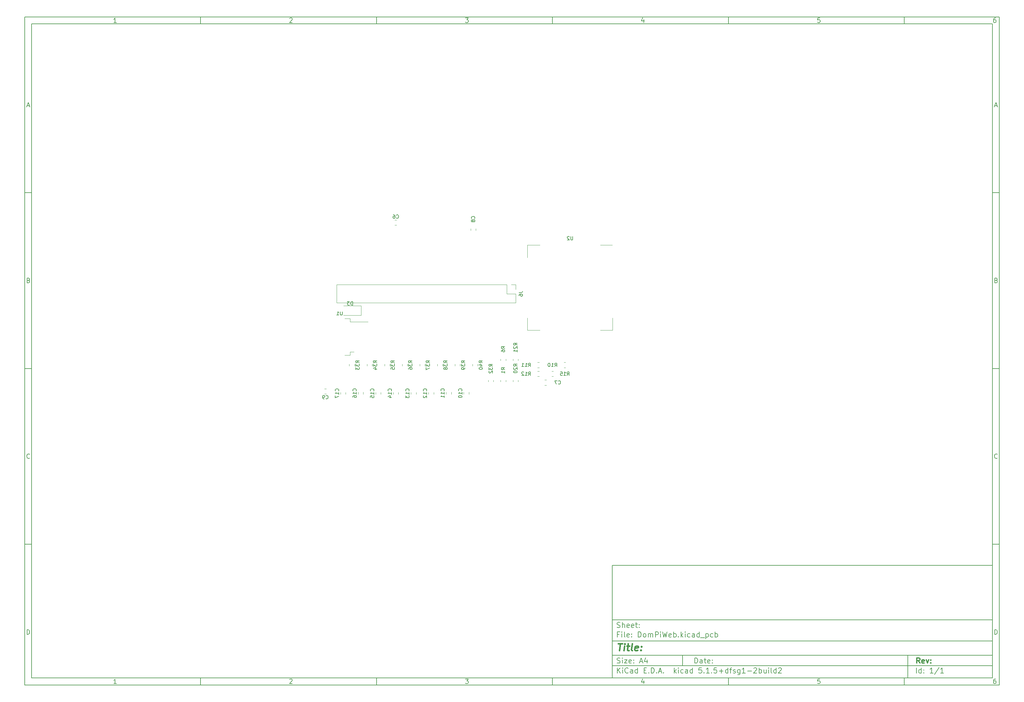
<source format=gbr>
G04 #@! TF.GenerationSoftware,KiCad,Pcbnew,5.1.5+dfsg1-2build2*
G04 #@! TF.CreationDate,2021-11-16T22:22:27-03:00*
G04 #@! TF.ProjectId,DomPiWeb,446f6d50-6957-4656-922e-6b696361645f,rev?*
G04 #@! TF.SameCoordinates,Original*
G04 #@! TF.FileFunction,Legend,Bot*
G04 #@! TF.FilePolarity,Positive*
%FSLAX46Y46*%
G04 Gerber Fmt 4.6, Leading zero omitted, Abs format (unit mm)*
G04 Created by KiCad (PCBNEW 5.1.5+dfsg1-2build2) date 2021-11-16 22:22:27*
%MOMM*%
%LPD*%
G04 APERTURE LIST*
%ADD10C,0.100000*%
%ADD11C,0.150000*%
%ADD12C,0.300000*%
%ADD13C,0.400000*%
%ADD14C,0.120000*%
G04 APERTURE END LIST*
D10*
D11*
X177002200Y-166007200D02*
X177002200Y-198007200D01*
X285002200Y-198007200D01*
X285002200Y-166007200D01*
X177002200Y-166007200D01*
D10*
D11*
X10000000Y-10000000D02*
X10000000Y-200007200D01*
X287002200Y-200007200D01*
X287002200Y-10000000D01*
X10000000Y-10000000D01*
D10*
D11*
X12000000Y-12000000D02*
X12000000Y-198007200D01*
X285002200Y-198007200D01*
X285002200Y-12000000D01*
X12000000Y-12000000D01*
D10*
D11*
X60000000Y-12000000D02*
X60000000Y-10000000D01*
D10*
D11*
X110000000Y-12000000D02*
X110000000Y-10000000D01*
D10*
D11*
X160000000Y-12000000D02*
X160000000Y-10000000D01*
D10*
D11*
X210000000Y-12000000D02*
X210000000Y-10000000D01*
D10*
D11*
X260000000Y-12000000D02*
X260000000Y-10000000D01*
D10*
D11*
X36065476Y-11588095D02*
X35322619Y-11588095D01*
X35694047Y-11588095D02*
X35694047Y-10288095D01*
X35570238Y-10473809D01*
X35446428Y-10597619D01*
X35322619Y-10659523D01*
D10*
D11*
X85322619Y-10411904D02*
X85384523Y-10350000D01*
X85508333Y-10288095D01*
X85817857Y-10288095D01*
X85941666Y-10350000D01*
X86003571Y-10411904D01*
X86065476Y-10535714D01*
X86065476Y-10659523D01*
X86003571Y-10845238D01*
X85260714Y-11588095D01*
X86065476Y-11588095D01*
D10*
D11*
X135260714Y-10288095D02*
X136065476Y-10288095D01*
X135632142Y-10783333D01*
X135817857Y-10783333D01*
X135941666Y-10845238D01*
X136003571Y-10907142D01*
X136065476Y-11030952D01*
X136065476Y-11340476D01*
X136003571Y-11464285D01*
X135941666Y-11526190D01*
X135817857Y-11588095D01*
X135446428Y-11588095D01*
X135322619Y-11526190D01*
X135260714Y-11464285D01*
D10*
D11*
X185941666Y-10721428D02*
X185941666Y-11588095D01*
X185632142Y-10226190D02*
X185322619Y-11154761D01*
X186127380Y-11154761D01*
D10*
D11*
X236003571Y-10288095D02*
X235384523Y-10288095D01*
X235322619Y-10907142D01*
X235384523Y-10845238D01*
X235508333Y-10783333D01*
X235817857Y-10783333D01*
X235941666Y-10845238D01*
X236003571Y-10907142D01*
X236065476Y-11030952D01*
X236065476Y-11340476D01*
X236003571Y-11464285D01*
X235941666Y-11526190D01*
X235817857Y-11588095D01*
X235508333Y-11588095D01*
X235384523Y-11526190D01*
X235322619Y-11464285D01*
D10*
D11*
X285941666Y-10288095D02*
X285694047Y-10288095D01*
X285570238Y-10350000D01*
X285508333Y-10411904D01*
X285384523Y-10597619D01*
X285322619Y-10845238D01*
X285322619Y-11340476D01*
X285384523Y-11464285D01*
X285446428Y-11526190D01*
X285570238Y-11588095D01*
X285817857Y-11588095D01*
X285941666Y-11526190D01*
X286003571Y-11464285D01*
X286065476Y-11340476D01*
X286065476Y-11030952D01*
X286003571Y-10907142D01*
X285941666Y-10845238D01*
X285817857Y-10783333D01*
X285570238Y-10783333D01*
X285446428Y-10845238D01*
X285384523Y-10907142D01*
X285322619Y-11030952D01*
D10*
D11*
X60000000Y-198007200D02*
X60000000Y-200007200D01*
D10*
D11*
X110000000Y-198007200D02*
X110000000Y-200007200D01*
D10*
D11*
X160000000Y-198007200D02*
X160000000Y-200007200D01*
D10*
D11*
X210000000Y-198007200D02*
X210000000Y-200007200D01*
D10*
D11*
X260000000Y-198007200D02*
X260000000Y-200007200D01*
D10*
D11*
X36065476Y-199595295D02*
X35322619Y-199595295D01*
X35694047Y-199595295D02*
X35694047Y-198295295D01*
X35570238Y-198481009D01*
X35446428Y-198604819D01*
X35322619Y-198666723D01*
D10*
D11*
X85322619Y-198419104D02*
X85384523Y-198357200D01*
X85508333Y-198295295D01*
X85817857Y-198295295D01*
X85941666Y-198357200D01*
X86003571Y-198419104D01*
X86065476Y-198542914D01*
X86065476Y-198666723D01*
X86003571Y-198852438D01*
X85260714Y-199595295D01*
X86065476Y-199595295D01*
D10*
D11*
X135260714Y-198295295D02*
X136065476Y-198295295D01*
X135632142Y-198790533D01*
X135817857Y-198790533D01*
X135941666Y-198852438D01*
X136003571Y-198914342D01*
X136065476Y-199038152D01*
X136065476Y-199347676D01*
X136003571Y-199471485D01*
X135941666Y-199533390D01*
X135817857Y-199595295D01*
X135446428Y-199595295D01*
X135322619Y-199533390D01*
X135260714Y-199471485D01*
D10*
D11*
X185941666Y-198728628D02*
X185941666Y-199595295D01*
X185632142Y-198233390D02*
X185322619Y-199161961D01*
X186127380Y-199161961D01*
D10*
D11*
X236003571Y-198295295D02*
X235384523Y-198295295D01*
X235322619Y-198914342D01*
X235384523Y-198852438D01*
X235508333Y-198790533D01*
X235817857Y-198790533D01*
X235941666Y-198852438D01*
X236003571Y-198914342D01*
X236065476Y-199038152D01*
X236065476Y-199347676D01*
X236003571Y-199471485D01*
X235941666Y-199533390D01*
X235817857Y-199595295D01*
X235508333Y-199595295D01*
X235384523Y-199533390D01*
X235322619Y-199471485D01*
D10*
D11*
X285941666Y-198295295D02*
X285694047Y-198295295D01*
X285570238Y-198357200D01*
X285508333Y-198419104D01*
X285384523Y-198604819D01*
X285322619Y-198852438D01*
X285322619Y-199347676D01*
X285384523Y-199471485D01*
X285446428Y-199533390D01*
X285570238Y-199595295D01*
X285817857Y-199595295D01*
X285941666Y-199533390D01*
X286003571Y-199471485D01*
X286065476Y-199347676D01*
X286065476Y-199038152D01*
X286003571Y-198914342D01*
X285941666Y-198852438D01*
X285817857Y-198790533D01*
X285570238Y-198790533D01*
X285446428Y-198852438D01*
X285384523Y-198914342D01*
X285322619Y-199038152D01*
D10*
D11*
X10000000Y-60000000D02*
X12000000Y-60000000D01*
D10*
D11*
X10000000Y-110000000D02*
X12000000Y-110000000D01*
D10*
D11*
X10000000Y-160000000D02*
X12000000Y-160000000D01*
D10*
D11*
X10690476Y-35216666D02*
X11309523Y-35216666D01*
X10566666Y-35588095D02*
X11000000Y-34288095D01*
X11433333Y-35588095D01*
D10*
D11*
X11092857Y-84907142D02*
X11278571Y-84969047D01*
X11340476Y-85030952D01*
X11402380Y-85154761D01*
X11402380Y-85340476D01*
X11340476Y-85464285D01*
X11278571Y-85526190D01*
X11154761Y-85588095D01*
X10659523Y-85588095D01*
X10659523Y-84288095D01*
X11092857Y-84288095D01*
X11216666Y-84350000D01*
X11278571Y-84411904D01*
X11340476Y-84535714D01*
X11340476Y-84659523D01*
X11278571Y-84783333D01*
X11216666Y-84845238D01*
X11092857Y-84907142D01*
X10659523Y-84907142D01*
D10*
D11*
X11402380Y-135464285D02*
X11340476Y-135526190D01*
X11154761Y-135588095D01*
X11030952Y-135588095D01*
X10845238Y-135526190D01*
X10721428Y-135402380D01*
X10659523Y-135278571D01*
X10597619Y-135030952D01*
X10597619Y-134845238D01*
X10659523Y-134597619D01*
X10721428Y-134473809D01*
X10845238Y-134350000D01*
X11030952Y-134288095D01*
X11154761Y-134288095D01*
X11340476Y-134350000D01*
X11402380Y-134411904D01*
D10*
D11*
X10659523Y-185588095D02*
X10659523Y-184288095D01*
X10969047Y-184288095D01*
X11154761Y-184350000D01*
X11278571Y-184473809D01*
X11340476Y-184597619D01*
X11402380Y-184845238D01*
X11402380Y-185030952D01*
X11340476Y-185278571D01*
X11278571Y-185402380D01*
X11154761Y-185526190D01*
X10969047Y-185588095D01*
X10659523Y-185588095D01*
D10*
D11*
X287002200Y-60000000D02*
X285002200Y-60000000D01*
D10*
D11*
X287002200Y-110000000D02*
X285002200Y-110000000D01*
D10*
D11*
X287002200Y-160000000D02*
X285002200Y-160000000D01*
D10*
D11*
X285692676Y-35216666D02*
X286311723Y-35216666D01*
X285568866Y-35588095D02*
X286002200Y-34288095D01*
X286435533Y-35588095D01*
D10*
D11*
X286095057Y-84907142D02*
X286280771Y-84969047D01*
X286342676Y-85030952D01*
X286404580Y-85154761D01*
X286404580Y-85340476D01*
X286342676Y-85464285D01*
X286280771Y-85526190D01*
X286156961Y-85588095D01*
X285661723Y-85588095D01*
X285661723Y-84288095D01*
X286095057Y-84288095D01*
X286218866Y-84350000D01*
X286280771Y-84411904D01*
X286342676Y-84535714D01*
X286342676Y-84659523D01*
X286280771Y-84783333D01*
X286218866Y-84845238D01*
X286095057Y-84907142D01*
X285661723Y-84907142D01*
D10*
D11*
X286404580Y-135464285D02*
X286342676Y-135526190D01*
X286156961Y-135588095D01*
X286033152Y-135588095D01*
X285847438Y-135526190D01*
X285723628Y-135402380D01*
X285661723Y-135278571D01*
X285599819Y-135030952D01*
X285599819Y-134845238D01*
X285661723Y-134597619D01*
X285723628Y-134473809D01*
X285847438Y-134350000D01*
X286033152Y-134288095D01*
X286156961Y-134288095D01*
X286342676Y-134350000D01*
X286404580Y-134411904D01*
D10*
D11*
X285661723Y-185588095D02*
X285661723Y-184288095D01*
X285971247Y-184288095D01*
X286156961Y-184350000D01*
X286280771Y-184473809D01*
X286342676Y-184597619D01*
X286404580Y-184845238D01*
X286404580Y-185030952D01*
X286342676Y-185278571D01*
X286280771Y-185402380D01*
X286156961Y-185526190D01*
X285971247Y-185588095D01*
X285661723Y-185588095D01*
D10*
D11*
X200434342Y-193785771D02*
X200434342Y-192285771D01*
X200791485Y-192285771D01*
X201005771Y-192357200D01*
X201148628Y-192500057D01*
X201220057Y-192642914D01*
X201291485Y-192928628D01*
X201291485Y-193142914D01*
X201220057Y-193428628D01*
X201148628Y-193571485D01*
X201005771Y-193714342D01*
X200791485Y-193785771D01*
X200434342Y-193785771D01*
X202577200Y-193785771D02*
X202577200Y-193000057D01*
X202505771Y-192857200D01*
X202362914Y-192785771D01*
X202077200Y-192785771D01*
X201934342Y-192857200D01*
X202577200Y-193714342D02*
X202434342Y-193785771D01*
X202077200Y-193785771D01*
X201934342Y-193714342D01*
X201862914Y-193571485D01*
X201862914Y-193428628D01*
X201934342Y-193285771D01*
X202077200Y-193214342D01*
X202434342Y-193214342D01*
X202577200Y-193142914D01*
X203077200Y-192785771D02*
X203648628Y-192785771D01*
X203291485Y-192285771D02*
X203291485Y-193571485D01*
X203362914Y-193714342D01*
X203505771Y-193785771D01*
X203648628Y-193785771D01*
X204720057Y-193714342D02*
X204577200Y-193785771D01*
X204291485Y-193785771D01*
X204148628Y-193714342D01*
X204077200Y-193571485D01*
X204077200Y-193000057D01*
X204148628Y-192857200D01*
X204291485Y-192785771D01*
X204577200Y-192785771D01*
X204720057Y-192857200D01*
X204791485Y-193000057D01*
X204791485Y-193142914D01*
X204077200Y-193285771D01*
X205434342Y-193642914D02*
X205505771Y-193714342D01*
X205434342Y-193785771D01*
X205362914Y-193714342D01*
X205434342Y-193642914D01*
X205434342Y-193785771D01*
X205434342Y-192857200D02*
X205505771Y-192928628D01*
X205434342Y-193000057D01*
X205362914Y-192928628D01*
X205434342Y-192857200D01*
X205434342Y-193000057D01*
D10*
D11*
X177002200Y-194507200D02*
X285002200Y-194507200D01*
D10*
D11*
X178434342Y-196585771D02*
X178434342Y-195085771D01*
X179291485Y-196585771D02*
X178648628Y-195728628D01*
X179291485Y-195085771D02*
X178434342Y-195942914D01*
X179934342Y-196585771D02*
X179934342Y-195585771D01*
X179934342Y-195085771D02*
X179862914Y-195157200D01*
X179934342Y-195228628D01*
X180005771Y-195157200D01*
X179934342Y-195085771D01*
X179934342Y-195228628D01*
X181505771Y-196442914D02*
X181434342Y-196514342D01*
X181220057Y-196585771D01*
X181077200Y-196585771D01*
X180862914Y-196514342D01*
X180720057Y-196371485D01*
X180648628Y-196228628D01*
X180577200Y-195942914D01*
X180577200Y-195728628D01*
X180648628Y-195442914D01*
X180720057Y-195300057D01*
X180862914Y-195157200D01*
X181077200Y-195085771D01*
X181220057Y-195085771D01*
X181434342Y-195157200D01*
X181505771Y-195228628D01*
X182791485Y-196585771D02*
X182791485Y-195800057D01*
X182720057Y-195657200D01*
X182577200Y-195585771D01*
X182291485Y-195585771D01*
X182148628Y-195657200D01*
X182791485Y-196514342D02*
X182648628Y-196585771D01*
X182291485Y-196585771D01*
X182148628Y-196514342D01*
X182077200Y-196371485D01*
X182077200Y-196228628D01*
X182148628Y-196085771D01*
X182291485Y-196014342D01*
X182648628Y-196014342D01*
X182791485Y-195942914D01*
X184148628Y-196585771D02*
X184148628Y-195085771D01*
X184148628Y-196514342D02*
X184005771Y-196585771D01*
X183720057Y-196585771D01*
X183577200Y-196514342D01*
X183505771Y-196442914D01*
X183434342Y-196300057D01*
X183434342Y-195871485D01*
X183505771Y-195728628D01*
X183577200Y-195657200D01*
X183720057Y-195585771D01*
X184005771Y-195585771D01*
X184148628Y-195657200D01*
X186005771Y-195800057D02*
X186505771Y-195800057D01*
X186720057Y-196585771D02*
X186005771Y-196585771D01*
X186005771Y-195085771D01*
X186720057Y-195085771D01*
X187362914Y-196442914D02*
X187434342Y-196514342D01*
X187362914Y-196585771D01*
X187291485Y-196514342D01*
X187362914Y-196442914D01*
X187362914Y-196585771D01*
X188077200Y-196585771D02*
X188077200Y-195085771D01*
X188434342Y-195085771D01*
X188648628Y-195157200D01*
X188791485Y-195300057D01*
X188862914Y-195442914D01*
X188934342Y-195728628D01*
X188934342Y-195942914D01*
X188862914Y-196228628D01*
X188791485Y-196371485D01*
X188648628Y-196514342D01*
X188434342Y-196585771D01*
X188077200Y-196585771D01*
X189577200Y-196442914D02*
X189648628Y-196514342D01*
X189577200Y-196585771D01*
X189505771Y-196514342D01*
X189577200Y-196442914D01*
X189577200Y-196585771D01*
X190220057Y-196157200D02*
X190934342Y-196157200D01*
X190077200Y-196585771D02*
X190577200Y-195085771D01*
X191077200Y-196585771D01*
X191577200Y-196442914D02*
X191648628Y-196514342D01*
X191577200Y-196585771D01*
X191505771Y-196514342D01*
X191577200Y-196442914D01*
X191577200Y-196585771D01*
X194577200Y-196585771D02*
X194577200Y-195085771D01*
X194720057Y-196014342D02*
X195148628Y-196585771D01*
X195148628Y-195585771D02*
X194577200Y-196157200D01*
X195791485Y-196585771D02*
X195791485Y-195585771D01*
X195791485Y-195085771D02*
X195720057Y-195157200D01*
X195791485Y-195228628D01*
X195862914Y-195157200D01*
X195791485Y-195085771D01*
X195791485Y-195228628D01*
X197148628Y-196514342D02*
X197005771Y-196585771D01*
X196720057Y-196585771D01*
X196577200Y-196514342D01*
X196505771Y-196442914D01*
X196434342Y-196300057D01*
X196434342Y-195871485D01*
X196505771Y-195728628D01*
X196577200Y-195657200D01*
X196720057Y-195585771D01*
X197005771Y-195585771D01*
X197148628Y-195657200D01*
X198434342Y-196585771D02*
X198434342Y-195800057D01*
X198362914Y-195657200D01*
X198220057Y-195585771D01*
X197934342Y-195585771D01*
X197791485Y-195657200D01*
X198434342Y-196514342D02*
X198291485Y-196585771D01*
X197934342Y-196585771D01*
X197791485Y-196514342D01*
X197720057Y-196371485D01*
X197720057Y-196228628D01*
X197791485Y-196085771D01*
X197934342Y-196014342D01*
X198291485Y-196014342D01*
X198434342Y-195942914D01*
X199791485Y-196585771D02*
X199791485Y-195085771D01*
X199791485Y-196514342D02*
X199648628Y-196585771D01*
X199362914Y-196585771D01*
X199220057Y-196514342D01*
X199148628Y-196442914D01*
X199077200Y-196300057D01*
X199077200Y-195871485D01*
X199148628Y-195728628D01*
X199220057Y-195657200D01*
X199362914Y-195585771D01*
X199648628Y-195585771D01*
X199791485Y-195657200D01*
X202362914Y-195085771D02*
X201648628Y-195085771D01*
X201577200Y-195800057D01*
X201648628Y-195728628D01*
X201791485Y-195657200D01*
X202148628Y-195657200D01*
X202291485Y-195728628D01*
X202362914Y-195800057D01*
X202434342Y-195942914D01*
X202434342Y-196300057D01*
X202362914Y-196442914D01*
X202291485Y-196514342D01*
X202148628Y-196585771D01*
X201791485Y-196585771D01*
X201648628Y-196514342D01*
X201577200Y-196442914D01*
X203077200Y-196442914D02*
X203148628Y-196514342D01*
X203077200Y-196585771D01*
X203005771Y-196514342D01*
X203077200Y-196442914D01*
X203077200Y-196585771D01*
X204577200Y-196585771D02*
X203720057Y-196585771D01*
X204148628Y-196585771D02*
X204148628Y-195085771D01*
X204005771Y-195300057D01*
X203862914Y-195442914D01*
X203720057Y-195514342D01*
X205220057Y-196442914D02*
X205291485Y-196514342D01*
X205220057Y-196585771D01*
X205148628Y-196514342D01*
X205220057Y-196442914D01*
X205220057Y-196585771D01*
X206648628Y-195085771D02*
X205934342Y-195085771D01*
X205862914Y-195800057D01*
X205934342Y-195728628D01*
X206077200Y-195657200D01*
X206434342Y-195657200D01*
X206577200Y-195728628D01*
X206648628Y-195800057D01*
X206720057Y-195942914D01*
X206720057Y-196300057D01*
X206648628Y-196442914D01*
X206577200Y-196514342D01*
X206434342Y-196585771D01*
X206077200Y-196585771D01*
X205934342Y-196514342D01*
X205862914Y-196442914D01*
X207362914Y-196014342D02*
X208505771Y-196014342D01*
X207934342Y-196585771D02*
X207934342Y-195442914D01*
X209862914Y-196585771D02*
X209862914Y-195085771D01*
X209862914Y-196514342D02*
X209720057Y-196585771D01*
X209434342Y-196585771D01*
X209291485Y-196514342D01*
X209220057Y-196442914D01*
X209148628Y-196300057D01*
X209148628Y-195871485D01*
X209220057Y-195728628D01*
X209291485Y-195657200D01*
X209434342Y-195585771D01*
X209720057Y-195585771D01*
X209862914Y-195657200D01*
X210362914Y-195585771D02*
X210934342Y-195585771D01*
X210577200Y-196585771D02*
X210577200Y-195300057D01*
X210648628Y-195157200D01*
X210791485Y-195085771D01*
X210934342Y-195085771D01*
X211362914Y-196514342D02*
X211505771Y-196585771D01*
X211791485Y-196585771D01*
X211934342Y-196514342D01*
X212005771Y-196371485D01*
X212005771Y-196300057D01*
X211934342Y-196157200D01*
X211791485Y-196085771D01*
X211577200Y-196085771D01*
X211434342Y-196014342D01*
X211362914Y-195871485D01*
X211362914Y-195800057D01*
X211434342Y-195657200D01*
X211577200Y-195585771D01*
X211791485Y-195585771D01*
X211934342Y-195657200D01*
X213291485Y-195585771D02*
X213291485Y-196800057D01*
X213220057Y-196942914D01*
X213148628Y-197014342D01*
X213005771Y-197085771D01*
X212791485Y-197085771D01*
X212648628Y-197014342D01*
X213291485Y-196514342D02*
X213148628Y-196585771D01*
X212862914Y-196585771D01*
X212720057Y-196514342D01*
X212648628Y-196442914D01*
X212577200Y-196300057D01*
X212577200Y-195871485D01*
X212648628Y-195728628D01*
X212720057Y-195657200D01*
X212862914Y-195585771D01*
X213148628Y-195585771D01*
X213291485Y-195657200D01*
X214791485Y-196585771D02*
X213934342Y-196585771D01*
X214362914Y-196585771D02*
X214362914Y-195085771D01*
X214220057Y-195300057D01*
X214077200Y-195442914D01*
X213934342Y-195514342D01*
X215434342Y-196014342D02*
X216577200Y-196014342D01*
X217220057Y-195228628D02*
X217291485Y-195157200D01*
X217434342Y-195085771D01*
X217791485Y-195085771D01*
X217934342Y-195157200D01*
X218005771Y-195228628D01*
X218077200Y-195371485D01*
X218077200Y-195514342D01*
X218005771Y-195728628D01*
X217148628Y-196585771D01*
X218077200Y-196585771D01*
X218720057Y-196585771D02*
X218720057Y-195085771D01*
X218720057Y-195657200D02*
X218862914Y-195585771D01*
X219148628Y-195585771D01*
X219291485Y-195657200D01*
X219362914Y-195728628D01*
X219434342Y-195871485D01*
X219434342Y-196300057D01*
X219362914Y-196442914D01*
X219291485Y-196514342D01*
X219148628Y-196585771D01*
X218862914Y-196585771D01*
X218720057Y-196514342D01*
X220720057Y-195585771D02*
X220720057Y-196585771D01*
X220077200Y-195585771D02*
X220077200Y-196371485D01*
X220148628Y-196514342D01*
X220291485Y-196585771D01*
X220505771Y-196585771D01*
X220648628Y-196514342D01*
X220720057Y-196442914D01*
X221434342Y-196585771D02*
X221434342Y-195585771D01*
X221434342Y-195085771D02*
X221362914Y-195157200D01*
X221434342Y-195228628D01*
X221505771Y-195157200D01*
X221434342Y-195085771D01*
X221434342Y-195228628D01*
X222362914Y-196585771D02*
X222220057Y-196514342D01*
X222148628Y-196371485D01*
X222148628Y-195085771D01*
X223577200Y-196585771D02*
X223577200Y-195085771D01*
X223577200Y-196514342D02*
X223434342Y-196585771D01*
X223148628Y-196585771D01*
X223005771Y-196514342D01*
X222934342Y-196442914D01*
X222862914Y-196300057D01*
X222862914Y-195871485D01*
X222934342Y-195728628D01*
X223005771Y-195657200D01*
X223148628Y-195585771D01*
X223434342Y-195585771D01*
X223577200Y-195657200D01*
X224220057Y-195228628D02*
X224291485Y-195157200D01*
X224434342Y-195085771D01*
X224791485Y-195085771D01*
X224934342Y-195157200D01*
X225005771Y-195228628D01*
X225077200Y-195371485D01*
X225077200Y-195514342D01*
X225005771Y-195728628D01*
X224148628Y-196585771D01*
X225077200Y-196585771D01*
D10*
D11*
X177002200Y-191507200D02*
X285002200Y-191507200D01*
D10*
D12*
X264411485Y-193785771D02*
X263911485Y-193071485D01*
X263554342Y-193785771D02*
X263554342Y-192285771D01*
X264125771Y-192285771D01*
X264268628Y-192357200D01*
X264340057Y-192428628D01*
X264411485Y-192571485D01*
X264411485Y-192785771D01*
X264340057Y-192928628D01*
X264268628Y-193000057D01*
X264125771Y-193071485D01*
X263554342Y-193071485D01*
X265625771Y-193714342D02*
X265482914Y-193785771D01*
X265197200Y-193785771D01*
X265054342Y-193714342D01*
X264982914Y-193571485D01*
X264982914Y-193000057D01*
X265054342Y-192857200D01*
X265197200Y-192785771D01*
X265482914Y-192785771D01*
X265625771Y-192857200D01*
X265697200Y-193000057D01*
X265697200Y-193142914D01*
X264982914Y-193285771D01*
X266197200Y-192785771D02*
X266554342Y-193785771D01*
X266911485Y-192785771D01*
X267482914Y-193642914D02*
X267554342Y-193714342D01*
X267482914Y-193785771D01*
X267411485Y-193714342D01*
X267482914Y-193642914D01*
X267482914Y-193785771D01*
X267482914Y-192857200D02*
X267554342Y-192928628D01*
X267482914Y-193000057D01*
X267411485Y-192928628D01*
X267482914Y-192857200D01*
X267482914Y-193000057D01*
D10*
D11*
X178362914Y-193714342D02*
X178577200Y-193785771D01*
X178934342Y-193785771D01*
X179077200Y-193714342D01*
X179148628Y-193642914D01*
X179220057Y-193500057D01*
X179220057Y-193357200D01*
X179148628Y-193214342D01*
X179077200Y-193142914D01*
X178934342Y-193071485D01*
X178648628Y-193000057D01*
X178505771Y-192928628D01*
X178434342Y-192857200D01*
X178362914Y-192714342D01*
X178362914Y-192571485D01*
X178434342Y-192428628D01*
X178505771Y-192357200D01*
X178648628Y-192285771D01*
X179005771Y-192285771D01*
X179220057Y-192357200D01*
X179862914Y-193785771D02*
X179862914Y-192785771D01*
X179862914Y-192285771D02*
X179791485Y-192357200D01*
X179862914Y-192428628D01*
X179934342Y-192357200D01*
X179862914Y-192285771D01*
X179862914Y-192428628D01*
X180434342Y-192785771D02*
X181220057Y-192785771D01*
X180434342Y-193785771D01*
X181220057Y-193785771D01*
X182362914Y-193714342D02*
X182220057Y-193785771D01*
X181934342Y-193785771D01*
X181791485Y-193714342D01*
X181720057Y-193571485D01*
X181720057Y-193000057D01*
X181791485Y-192857200D01*
X181934342Y-192785771D01*
X182220057Y-192785771D01*
X182362914Y-192857200D01*
X182434342Y-193000057D01*
X182434342Y-193142914D01*
X181720057Y-193285771D01*
X183077200Y-193642914D02*
X183148628Y-193714342D01*
X183077200Y-193785771D01*
X183005771Y-193714342D01*
X183077200Y-193642914D01*
X183077200Y-193785771D01*
X183077200Y-192857200D02*
X183148628Y-192928628D01*
X183077200Y-193000057D01*
X183005771Y-192928628D01*
X183077200Y-192857200D01*
X183077200Y-193000057D01*
X184862914Y-193357200D02*
X185577200Y-193357200D01*
X184720057Y-193785771D02*
X185220057Y-192285771D01*
X185720057Y-193785771D01*
X186862914Y-192785771D02*
X186862914Y-193785771D01*
X186505771Y-192214342D02*
X186148628Y-193285771D01*
X187077200Y-193285771D01*
D10*
D11*
X263434342Y-196585771D02*
X263434342Y-195085771D01*
X264791485Y-196585771D02*
X264791485Y-195085771D01*
X264791485Y-196514342D02*
X264648628Y-196585771D01*
X264362914Y-196585771D01*
X264220057Y-196514342D01*
X264148628Y-196442914D01*
X264077200Y-196300057D01*
X264077200Y-195871485D01*
X264148628Y-195728628D01*
X264220057Y-195657200D01*
X264362914Y-195585771D01*
X264648628Y-195585771D01*
X264791485Y-195657200D01*
X265505771Y-196442914D02*
X265577200Y-196514342D01*
X265505771Y-196585771D01*
X265434342Y-196514342D01*
X265505771Y-196442914D01*
X265505771Y-196585771D01*
X265505771Y-195657200D02*
X265577200Y-195728628D01*
X265505771Y-195800057D01*
X265434342Y-195728628D01*
X265505771Y-195657200D01*
X265505771Y-195800057D01*
X268148628Y-196585771D02*
X267291485Y-196585771D01*
X267720057Y-196585771D02*
X267720057Y-195085771D01*
X267577200Y-195300057D01*
X267434342Y-195442914D01*
X267291485Y-195514342D01*
X269862914Y-195014342D02*
X268577200Y-196942914D01*
X271148628Y-196585771D02*
X270291485Y-196585771D01*
X270720057Y-196585771D02*
X270720057Y-195085771D01*
X270577200Y-195300057D01*
X270434342Y-195442914D01*
X270291485Y-195514342D01*
D10*
D11*
X177002200Y-187507200D02*
X285002200Y-187507200D01*
D10*
D13*
X178714580Y-188211961D02*
X179857438Y-188211961D01*
X179036009Y-190211961D02*
X179286009Y-188211961D01*
X180274104Y-190211961D02*
X180440771Y-188878628D01*
X180524104Y-188211961D02*
X180416961Y-188307200D01*
X180500295Y-188402438D01*
X180607438Y-188307200D01*
X180524104Y-188211961D01*
X180500295Y-188402438D01*
X181107438Y-188878628D02*
X181869342Y-188878628D01*
X181476485Y-188211961D02*
X181262200Y-189926247D01*
X181333628Y-190116723D01*
X181512200Y-190211961D01*
X181702676Y-190211961D01*
X182655057Y-190211961D02*
X182476485Y-190116723D01*
X182405057Y-189926247D01*
X182619342Y-188211961D01*
X184190771Y-190116723D02*
X183988390Y-190211961D01*
X183607438Y-190211961D01*
X183428866Y-190116723D01*
X183357438Y-189926247D01*
X183452676Y-189164342D01*
X183571723Y-188973866D01*
X183774104Y-188878628D01*
X184155057Y-188878628D01*
X184333628Y-188973866D01*
X184405057Y-189164342D01*
X184381247Y-189354819D01*
X183405057Y-189545295D01*
X185155057Y-190021485D02*
X185238390Y-190116723D01*
X185131247Y-190211961D01*
X185047914Y-190116723D01*
X185155057Y-190021485D01*
X185131247Y-190211961D01*
X185286009Y-188973866D02*
X185369342Y-189069104D01*
X185262200Y-189164342D01*
X185178866Y-189069104D01*
X185286009Y-188973866D01*
X185262200Y-189164342D01*
D10*
D11*
X178934342Y-185600057D02*
X178434342Y-185600057D01*
X178434342Y-186385771D02*
X178434342Y-184885771D01*
X179148628Y-184885771D01*
X179720057Y-186385771D02*
X179720057Y-185385771D01*
X179720057Y-184885771D02*
X179648628Y-184957200D01*
X179720057Y-185028628D01*
X179791485Y-184957200D01*
X179720057Y-184885771D01*
X179720057Y-185028628D01*
X180648628Y-186385771D02*
X180505771Y-186314342D01*
X180434342Y-186171485D01*
X180434342Y-184885771D01*
X181791485Y-186314342D02*
X181648628Y-186385771D01*
X181362914Y-186385771D01*
X181220057Y-186314342D01*
X181148628Y-186171485D01*
X181148628Y-185600057D01*
X181220057Y-185457200D01*
X181362914Y-185385771D01*
X181648628Y-185385771D01*
X181791485Y-185457200D01*
X181862914Y-185600057D01*
X181862914Y-185742914D01*
X181148628Y-185885771D01*
X182505771Y-186242914D02*
X182577200Y-186314342D01*
X182505771Y-186385771D01*
X182434342Y-186314342D01*
X182505771Y-186242914D01*
X182505771Y-186385771D01*
X182505771Y-185457200D02*
X182577200Y-185528628D01*
X182505771Y-185600057D01*
X182434342Y-185528628D01*
X182505771Y-185457200D01*
X182505771Y-185600057D01*
X184362914Y-186385771D02*
X184362914Y-184885771D01*
X184720057Y-184885771D01*
X184934342Y-184957200D01*
X185077200Y-185100057D01*
X185148628Y-185242914D01*
X185220057Y-185528628D01*
X185220057Y-185742914D01*
X185148628Y-186028628D01*
X185077200Y-186171485D01*
X184934342Y-186314342D01*
X184720057Y-186385771D01*
X184362914Y-186385771D01*
X186077200Y-186385771D02*
X185934342Y-186314342D01*
X185862914Y-186242914D01*
X185791485Y-186100057D01*
X185791485Y-185671485D01*
X185862914Y-185528628D01*
X185934342Y-185457200D01*
X186077200Y-185385771D01*
X186291485Y-185385771D01*
X186434342Y-185457200D01*
X186505771Y-185528628D01*
X186577200Y-185671485D01*
X186577200Y-186100057D01*
X186505771Y-186242914D01*
X186434342Y-186314342D01*
X186291485Y-186385771D01*
X186077200Y-186385771D01*
X187220057Y-186385771D02*
X187220057Y-185385771D01*
X187220057Y-185528628D02*
X187291485Y-185457200D01*
X187434342Y-185385771D01*
X187648628Y-185385771D01*
X187791485Y-185457200D01*
X187862914Y-185600057D01*
X187862914Y-186385771D01*
X187862914Y-185600057D02*
X187934342Y-185457200D01*
X188077200Y-185385771D01*
X188291485Y-185385771D01*
X188434342Y-185457200D01*
X188505771Y-185600057D01*
X188505771Y-186385771D01*
X189220057Y-186385771D02*
X189220057Y-184885771D01*
X189791485Y-184885771D01*
X189934342Y-184957200D01*
X190005771Y-185028628D01*
X190077200Y-185171485D01*
X190077200Y-185385771D01*
X190005771Y-185528628D01*
X189934342Y-185600057D01*
X189791485Y-185671485D01*
X189220057Y-185671485D01*
X190720057Y-186385771D02*
X190720057Y-185385771D01*
X190720057Y-184885771D02*
X190648628Y-184957200D01*
X190720057Y-185028628D01*
X190791485Y-184957200D01*
X190720057Y-184885771D01*
X190720057Y-185028628D01*
X191291485Y-184885771D02*
X191648628Y-186385771D01*
X191934342Y-185314342D01*
X192220057Y-186385771D01*
X192577200Y-184885771D01*
X193720057Y-186314342D02*
X193577200Y-186385771D01*
X193291485Y-186385771D01*
X193148628Y-186314342D01*
X193077200Y-186171485D01*
X193077200Y-185600057D01*
X193148628Y-185457200D01*
X193291485Y-185385771D01*
X193577200Y-185385771D01*
X193720057Y-185457200D01*
X193791485Y-185600057D01*
X193791485Y-185742914D01*
X193077200Y-185885771D01*
X194434342Y-186385771D02*
X194434342Y-184885771D01*
X194434342Y-185457200D02*
X194577200Y-185385771D01*
X194862914Y-185385771D01*
X195005771Y-185457200D01*
X195077200Y-185528628D01*
X195148628Y-185671485D01*
X195148628Y-186100057D01*
X195077200Y-186242914D01*
X195005771Y-186314342D01*
X194862914Y-186385771D01*
X194577200Y-186385771D01*
X194434342Y-186314342D01*
X195791485Y-186242914D02*
X195862914Y-186314342D01*
X195791485Y-186385771D01*
X195720057Y-186314342D01*
X195791485Y-186242914D01*
X195791485Y-186385771D01*
X196505771Y-186385771D02*
X196505771Y-184885771D01*
X196648628Y-185814342D02*
X197077200Y-186385771D01*
X197077200Y-185385771D02*
X196505771Y-185957200D01*
X197720057Y-186385771D02*
X197720057Y-185385771D01*
X197720057Y-184885771D02*
X197648628Y-184957200D01*
X197720057Y-185028628D01*
X197791485Y-184957200D01*
X197720057Y-184885771D01*
X197720057Y-185028628D01*
X199077200Y-186314342D02*
X198934342Y-186385771D01*
X198648628Y-186385771D01*
X198505771Y-186314342D01*
X198434342Y-186242914D01*
X198362914Y-186100057D01*
X198362914Y-185671485D01*
X198434342Y-185528628D01*
X198505771Y-185457200D01*
X198648628Y-185385771D01*
X198934342Y-185385771D01*
X199077200Y-185457200D01*
X200362914Y-186385771D02*
X200362914Y-185600057D01*
X200291485Y-185457200D01*
X200148628Y-185385771D01*
X199862914Y-185385771D01*
X199720057Y-185457200D01*
X200362914Y-186314342D02*
X200220057Y-186385771D01*
X199862914Y-186385771D01*
X199720057Y-186314342D01*
X199648628Y-186171485D01*
X199648628Y-186028628D01*
X199720057Y-185885771D01*
X199862914Y-185814342D01*
X200220057Y-185814342D01*
X200362914Y-185742914D01*
X201720057Y-186385771D02*
X201720057Y-184885771D01*
X201720057Y-186314342D02*
X201577200Y-186385771D01*
X201291485Y-186385771D01*
X201148628Y-186314342D01*
X201077200Y-186242914D01*
X201005771Y-186100057D01*
X201005771Y-185671485D01*
X201077200Y-185528628D01*
X201148628Y-185457200D01*
X201291485Y-185385771D01*
X201577200Y-185385771D01*
X201720057Y-185457200D01*
X202077200Y-186528628D02*
X203220057Y-186528628D01*
X203577200Y-185385771D02*
X203577200Y-186885771D01*
X203577200Y-185457200D02*
X203720057Y-185385771D01*
X204005771Y-185385771D01*
X204148628Y-185457200D01*
X204220057Y-185528628D01*
X204291485Y-185671485D01*
X204291485Y-186100057D01*
X204220057Y-186242914D01*
X204148628Y-186314342D01*
X204005771Y-186385771D01*
X203720057Y-186385771D01*
X203577200Y-186314342D01*
X205577200Y-186314342D02*
X205434342Y-186385771D01*
X205148628Y-186385771D01*
X205005771Y-186314342D01*
X204934342Y-186242914D01*
X204862914Y-186100057D01*
X204862914Y-185671485D01*
X204934342Y-185528628D01*
X205005771Y-185457200D01*
X205148628Y-185385771D01*
X205434342Y-185385771D01*
X205577200Y-185457200D01*
X206220057Y-186385771D02*
X206220057Y-184885771D01*
X206220057Y-185457200D02*
X206362914Y-185385771D01*
X206648628Y-185385771D01*
X206791485Y-185457200D01*
X206862914Y-185528628D01*
X206934342Y-185671485D01*
X206934342Y-186100057D01*
X206862914Y-186242914D01*
X206791485Y-186314342D01*
X206648628Y-186385771D01*
X206362914Y-186385771D01*
X206220057Y-186314342D01*
D10*
D11*
X177002200Y-181507200D02*
X285002200Y-181507200D01*
D10*
D11*
X178362914Y-183614342D02*
X178577200Y-183685771D01*
X178934342Y-183685771D01*
X179077200Y-183614342D01*
X179148628Y-183542914D01*
X179220057Y-183400057D01*
X179220057Y-183257200D01*
X179148628Y-183114342D01*
X179077200Y-183042914D01*
X178934342Y-182971485D01*
X178648628Y-182900057D01*
X178505771Y-182828628D01*
X178434342Y-182757200D01*
X178362914Y-182614342D01*
X178362914Y-182471485D01*
X178434342Y-182328628D01*
X178505771Y-182257200D01*
X178648628Y-182185771D01*
X179005771Y-182185771D01*
X179220057Y-182257200D01*
X179862914Y-183685771D02*
X179862914Y-182185771D01*
X180505771Y-183685771D02*
X180505771Y-182900057D01*
X180434342Y-182757200D01*
X180291485Y-182685771D01*
X180077200Y-182685771D01*
X179934342Y-182757200D01*
X179862914Y-182828628D01*
X181791485Y-183614342D02*
X181648628Y-183685771D01*
X181362914Y-183685771D01*
X181220057Y-183614342D01*
X181148628Y-183471485D01*
X181148628Y-182900057D01*
X181220057Y-182757200D01*
X181362914Y-182685771D01*
X181648628Y-182685771D01*
X181791485Y-182757200D01*
X181862914Y-182900057D01*
X181862914Y-183042914D01*
X181148628Y-183185771D01*
X183077200Y-183614342D02*
X182934342Y-183685771D01*
X182648628Y-183685771D01*
X182505771Y-183614342D01*
X182434342Y-183471485D01*
X182434342Y-182900057D01*
X182505771Y-182757200D01*
X182648628Y-182685771D01*
X182934342Y-182685771D01*
X183077200Y-182757200D01*
X183148628Y-182900057D01*
X183148628Y-183042914D01*
X182434342Y-183185771D01*
X183577200Y-182685771D02*
X184148628Y-182685771D01*
X183791485Y-182185771D02*
X183791485Y-183471485D01*
X183862914Y-183614342D01*
X184005771Y-183685771D01*
X184148628Y-183685771D01*
X184648628Y-183542914D02*
X184720057Y-183614342D01*
X184648628Y-183685771D01*
X184577200Y-183614342D01*
X184648628Y-183542914D01*
X184648628Y-183685771D01*
X184648628Y-182757200D02*
X184720057Y-182828628D01*
X184648628Y-182900057D01*
X184577200Y-182828628D01*
X184648628Y-182757200D01*
X184648628Y-182900057D01*
D10*
D11*
X197002200Y-191507200D02*
X197002200Y-194507200D01*
D10*
D11*
X261002200Y-191507200D02*
X261002200Y-198007200D01*
D14*
X100950000Y-95800000D02*
X102450000Y-95800000D01*
X102450000Y-95800000D02*
X102450000Y-96750000D01*
X102450000Y-96750000D02*
X107575000Y-96750000D01*
X100950000Y-106200000D02*
X102450000Y-106200000D01*
X102450000Y-106200000D02*
X102450000Y-105250000D01*
X102450000Y-105250000D02*
X103550000Y-105250000D01*
X105580000Y-92140000D02*
X105580000Y-94860000D01*
X105580000Y-94860000D02*
X100600000Y-94860000D01*
X105580000Y-92140000D02*
X100600000Y-92140000D01*
X149590000Y-91330000D02*
X149590000Y-88730000D01*
X149590000Y-91330000D02*
X98670000Y-91330000D01*
X98670000Y-91330000D02*
X98670000Y-86130000D01*
X146990000Y-86130000D02*
X98670000Y-86130000D01*
X146990000Y-88730000D02*
X146990000Y-86130000D01*
X149590000Y-88730000D02*
X146990000Y-88730000D01*
X149590000Y-86130000D02*
X148260000Y-86130000D01*
X149590000Y-87460000D02*
X149590000Y-86130000D01*
X99765000Y-116776248D02*
X99765000Y-117298752D01*
X101235000Y-116776248D02*
X101235000Y-117298752D01*
X104765000Y-116738748D02*
X104765000Y-117261252D01*
X106235000Y-116738748D02*
X106235000Y-117261252D01*
X109765000Y-116776248D02*
X109765000Y-117298752D01*
X111235000Y-116776248D02*
X111235000Y-117298752D01*
X114765000Y-116776248D02*
X114765000Y-117298752D01*
X116235000Y-116776248D02*
X116235000Y-117298752D01*
X119765000Y-116776248D02*
X119765000Y-117298752D01*
X121235000Y-116776248D02*
X121235000Y-117298752D01*
X124765000Y-116776248D02*
X124765000Y-117298752D01*
X126235000Y-116776248D02*
X126235000Y-117298752D01*
X129765000Y-116738748D02*
X129765000Y-117261252D01*
X131235000Y-116738748D02*
X131235000Y-117261252D01*
X134765000Y-116738748D02*
X134765000Y-117261252D01*
X136235000Y-116738748D02*
X136235000Y-117261252D01*
X95201248Y-117235000D02*
X95723752Y-117235000D01*
X95201248Y-115765000D02*
X95723752Y-115765000D01*
X136765000Y-70238748D02*
X136765000Y-70761252D01*
X138235000Y-70238748D02*
X138235000Y-70761252D01*
X157776248Y-114735000D02*
X158298752Y-114735000D01*
X157776248Y-113265000D02*
X158298752Y-113265000D01*
X115723752Y-67765000D02*
X115201248Y-67765000D01*
X115723752Y-69235000D02*
X115201248Y-69235000D01*
X138735000Y-109227064D02*
X138735000Y-108772936D01*
X137265000Y-109227064D02*
X137265000Y-108772936D01*
X133735000Y-109227064D02*
X133735000Y-108772936D01*
X132265000Y-109227064D02*
X132265000Y-108772936D01*
X128735000Y-109227064D02*
X128735000Y-108772936D01*
X127265000Y-109227064D02*
X127265000Y-108772936D01*
X123735000Y-109227064D02*
X123735000Y-108772936D01*
X122265000Y-109227064D02*
X122265000Y-108772936D01*
X118735000Y-109227064D02*
X118735000Y-108772936D01*
X117265000Y-109227064D02*
X117265000Y-108772936D01*
X113735000Y-109227064D02*
X113735000Y-108772936D01*
X112265000Y-109227064D02*
X112265000Y-108772936D01*
X108735000Y-109227064D02*
X108735000Y-108772936D01*
X107265000Y-109227064D02*
X107265000Y-108772936D01*
X103735000Y-109227064D02*
X103735000Y-108772936D01*
X102265000Y-109227064D02*
X102265000Y-108772936D01*
X143235000Y-113727064D02*
X143235000Y-113272936D01*
X141765000Y-113727064D02*
X141765000Y-113272936D01*
X148765000Y-107272936D02*
X148765000Y-107727064D01*
X150235000Y-107272936D02*
X150235000Y-107727064D01*
X148765000Y-113272936D02*
X148765000Y-113727064D01*
X150235000Y-113272936D02*
X150235000Y-113727064D01*
X156227064Y-110765000D02*
X155772936Y-110765000D01*
X156227064Y-112235000D02*
X155772936Y-112235000D01*
X156227064Y-108265000D02*
X155772936Y-108265000D01*
X156227064Y-109735000D02*
X155772936Y-109735000D01*
X163727064Y-108265000D02*
X163272936Y-108265000D01*
X163727064Y-109735000D02*
X163272936Y-109735000D01*
X159772936Y-112235000D02*
X160227064Y-112235000D01*
X159772936Y-110765000D02*
X160227064Y-110765000D01*
X145265000Y-107272936D02*
X145265000Y-107727064D01*
X146735000Y-107272936D02*
X146735000Y-107727064D01*
X146735000Y-113727064D02*
X146735000Y-113272936D01*
X145265000Y-113727064D02*
X145265000Y-113272936D01*
X156400000Y-74890000D02*
X152890000Y-74890000D01*
X152890000Y-95600000D02*
X152890000Y-99110000D01*
X156400000Y-99110000D02*
X152890000Y-99110000D01*
X177110000Y-95600000D02*
X177110000Y-99110000D01*
X177000000Y-74890000D02*
X173600000Y-74890000D01*
X152890000Y-74890000D02*
X152890000Y-78400000D01*
X177110000Y-99110000D02*
X173600000Y-99110000D01*
D11*
X100261904Y-93802380D02*
X100261904Y-94611904D01*
X100214285Y-94707142D01*
X100166666Y-94754761D01*
X100071428Y-94802380D01*
X99880952Y-94802380D01*
X99785714Y-94754761D01*
X99738095Y-94707142D01*
X99690476Y-94611904D01*
X99690476Y-93802380D01*
X98690476Y-94802380D02*
X99261904Y-94802380D01*
X98976190Y-94802380D02*
X98976190Y-93802380D01*
X99071428Y-93945238D01*
X99166666Y-94040476D01*
X99261904Y-94088095D01*
X103238095Y-91952380D02*
X103238095Y-90952380D01*
X103000000Y-90952380D01*
X102857142Y-91000000D01*
X102761904Y-91095238D01*
X102714285Y-91190476D01*
X102666666Y-91380952D01*
X102666666Y-91523809D01*
X102714285Y-91714285D01*
X102761904Y-91809523D01*
X102857142Y-91904761D01*
X103000000Y-91952380D01*
X103238095Y-91952380D01*
X102333333Y-90952380D02*
X101714285Y-90952380D01*
X102047619Y-91333333D01*
X101904761Y-91333333D01*
X101809523Y-91380952D01*
X101761904Y-91428571D01*
X101714285Y-91523809D01*
X101714285Y-91761904D01*
X101761904Y-91857142D01*
X101809523Y-91904761D01*
X101904761Y-91952380D01*
X102190476Y-91952380D01*
X102285714Y-91904761D01*
X102333333Y-91857142D01*
X150482380Y-88396666D02*
X151196666Y-88396666D01*
X151339523Y-88349047D01*
X151434761Y-88253809D01*
X151482380Y-88110952D01*
X151482380Y-88015714D01*
X150482380Y-89301428D02*
X150482380Y-89110952D01*
X150530000Y-89015714D01*
X150577619Y-88968095D01*
X150720476Y-88872857D01*
X150910952Y-88825238D01*
X151291904Y-88825238D01*
X151387142Y-88872857D01*
X151434761Y-88920476D01*
X151482380Y-89015714D01*
X151482380Y-89206190D01*
X151434761Y-89301428D01*
X151387142Y-89349047D01*
X151291904Y-89396666D01*
X151053809Y-89396666D01*
X150958571Y-89349047D01*
X150910952Y-89301428D01*
X150863333Y-89206190D01*
X150863333Y-89015714D01*
X150910952Y-88920476D01*
X150958571Y-88872857D01*
X151053809Y-88825238D01*
X99177142Y-116394642D02*
X99224761Y-116347023D01*
X99272380Y-116204166D01*
X99272380Y-116108928D01*
X99224761Y-115966071D01*
X99129523Y-115870833D01*
X99034285Y-115823214D01*
X98843809Y-115775595D01*
X98700952Y-115775595D01*
X98510476Y-115823214D01*
X98415238Y-115870833D01*
X98320000Y-115966071D01*
X98272380Y-116108928D01*
X98272380Y-116204166D01*
X98320000Y-116347023D01*
X98367619Y-116394642D01*
X99272380Y-117347023D02*
X99272380Y-116775595D01*
X99272380Y-117061309D02*
X98272380Y-117061309D01*
X98415238Y-116966071D01*
X98510476Y-116870833D01*
X98558095Y-116775595D01*
X98272380Y-117680357D02*
X98272380Y-118347023D01*
X99272380Y-117918452D01*
X104177142Y-116357142D02*
X104224761Y-116309523D01*
X104272380Y-116166666D01*
X104272380Y-116071428D01*
X104224761Y-115928571D01*
X104129523Y-115833333D01*
X104034285Y-115785714D01*
X103843809Y-115738095D01*
X103700952Y-115738095D01*
X103510476Y-115785714D01*
X103415238Y-115833333D01*
X103320000Y-115928571D01*
X103272380Y-116071428D01*
X103272380Y-116166666D01*
X103320000Y-116309523D01*
X103367619Y-116357142D01*
X104272380Y-117309523D02*
X104272380Y-116738095D01*
X104272380Y-117023809D02*
X103272380Y-117023809D01*
X103415238Y-116928571D01*
X103510476Y-116833333D01*
X103558095Y-116738095D01*
X103272380Y-118166666D02*
X103272380Y-117976190D01*
X103320000Y-117880952D01*
X103367619Y-117833333D01*
X103510476Y-117738095D01*
X103700952Y-117690476D01*
X104081904Y-117690476D01*
X104177142Y-117738095D01*
X104224761Y-117785714D01*
X104272380Y-117880952D01*
X104272380Y-118071428D01*
X104224761Y-118166666D01*
X104177142Y-118214285D01*
X104081904Y-118261904D01*
X103843809Y-118261904D01*
X103748571Y-118214285D01*
X103700952Y-118166666D01*
X103653333Y-118071428D01*
X103653333Y-117880952D01*
X103700952Y-117785714D01*
X103748571Y-117738095D01*
X103843809Y-117690476D01*
X109177142Y-116394642D02*
X109224761Y-116347023D01*
X109272380Y-116204166D01*
X109272380Y-116108928D01*
X109224761Y-115966071D01*
X109129523Y-115870833D01*
X109034285Y-115823214D01*
X108843809Y-115775595D01*
X108700952Y-115775595D01*
X108510476Y-115823214D01*
X108415238Y-115870833D01*
X108320000Y-115966071D01*
X108272380Y-116108928D01*
X108272380Y-116204166D01*
X108320000Y-116347023D01*
X108367619Y-116394642D01*
X109272380Y-117347023D02*
X109272380Y-116775595D01*
X109272380Y-117061309D02*
X108272380Y-117061309D01*
X108415238Y-116966071D01*
X108510476Y-116870833D01*
X108558095Y-116775595D01*
X108272380Y-118251785D02*
X108272380Y-117775595D01*
X108748571Y-117727976D01*
X108700952Y-117775595D01*
X108653333Y-117870833D01*
X108653333Y-118108928D01*
X108700952Y-118204166D01*
X108748571Y-118251785D01*
X108843809Y-118299404D01*
X109081904Y-118299404D01*
X109177142Y-118251785D01*
X109224761Y-118204166D01*
X109272380Y-118108928D01*
X109272380Y-117870833D01*
X109224761Y-117775595D01*
X109177142Y-117727976D01*
X114177142Y-116394642D02*
X114224761Y-116347023D01*
X114272380Y-116204166D01*
X114272380Y-116108928D01*
X114224761Y-115966071D01*
X114129523Y-115870833D01*
X114034285Y-115823214D01*
X113843809Y-115775595D01*
X113700952Y-115775595D01*
X113510476Y-115823214D01*
X113415238Y-115870833D01*
X113320000Y-115966071D01*
X113272380Y-116108928D01*
X113272380Y-116204166D01*
X113320000Y-116347023D01*
X113367619Y-116394642D01*
X114272380Y-117347023D02*
X114272380Y-116775595D01*
X114272380Y-117061309D02*
X113272380Y-117061309D01*
X113415238Y-116966071D01*
X113510476Y-116870833D01*
X113558095Y-116775595D01*
X113605714Y-118204166D02*
X114272380Y-118204166D01*
X113224761Y-117966071D02*
X113939047Y-117727976D01*
X113939047Y-118347023D01*
X119177142Y-116394642D02*
X119224761Y-116347023D01*
X119272380Y-116204166D01*
X119272380Y-116108928D01*
X119224761Y-115966071D01*
X119129523Y-115870833D01*
X119034285Y-115823214D01*
X118843809Y-115775595D01*
X118700952Y-115775595D01*
X118510476Y-115823214D01*
X118415238Y-115870833D01*
X118320000Y-115966071D01*
X118272380Y-116108928D01*
X118272380Y-116204166D01*
X118320000Y-116347023D01*
X118367619Y-116394642D01*
X119272380Y-117347023D02*
X119272380Y-116775595D01*
X119272380Y-117061309D02*
X118272380Y-117061309D01*
X118415238Y-116966071D01*
X118510476Y-116870833D01*
X118558095Y-116775595D01*
X118272380Y-117680357D02*
X118272380Y-118299404D01*
X118653333Y-117966071D01*
X118653333Y-118108928D01*
X118700952Y-118204166D01*
X118748571Y-118251785D01*
X118843809Y-118299404D01*
X119081904Y-118299404D01*
X119177142Y-118251785D01*
X119224761Y-118204166D01*
X119272380Y-118108928D01*
X119272380Y-117823214D01*
X119224761Y-117727976D01*
X119177142Y-117680357D01*
X124177142Y-116394642D02*
X124224761Y-116347023D01*
X124272380Y-116204166D01*
X124272380Y-116108928D01*
X124224761Y-115966071D01*
X124129523Y-115870833D01*
X124034285Y-115823214D01*
X123843809Y-115775595D01*
X123700952Y-115775595D01*
X123510476Y-115823214D01*
X123415238Y-115870833D01*
X123320000Y-115966071D01*
X123272380Y-116108928D01*
X123272380Y-116204166D01*
X123320000Y-116347023D01*
X123367619Y-116394642D01*
X124272380Y-117347023D02*
X124272380Y-116775595D01*
X124272380Y-117061309D02*
X123272380Y-117061309D01*
X123415238Y-116966071D01*
X123510476Y-116870833D01*
X123558095Y-116775595D01*
X123367619Y-117727976D02*
X123320000Y-117775595D01*
X123272380Y-117870833D01*
X123272380Y-118108928D01*
X123320000Y-118204166D01*
X123367619Y-118251785D01*
X123462857Y-118299404D01*
X123558095Y-118299404D01*
X123700952Y-118251785D01*
X124272380Y-117680357D01*
X124272380Y-118299404D01*
X129177142Y-116357142D02*
X129224761Y-116309523D01*
X129272380Y-116166666D01*
X129272380Y-116071428D01*
X129224761Y-115928571D01*
X129129523Y-115833333D01*
X129034285Y-115785714D01*
X128843809Y-115738095D01*
X128700952Y-115738095D01*
X128510476Y-115785714D01*
X128415238Y-115833333D01*
X128320000Y-115928571D01*
X128272380Y-116071428D01*
X128272380Y-116166666D01*
X128320000Y-116309523D01*
X128367619Y-116357142D01*
X129272380Y-117309523D02*
X129272380Y-116738095D01*
X129272380Y-117023809D02*
X128272380Y-117023809D01*
X128415238Y-116928571D01*
X128510476Y-116833333D01*
X128558095Y-116738095D01*
X129272380Y-118261904D02*
X129272380Y-117690476D01*
X129272380Y-117976190D02*
X128272380Y-117976190D01*
X128415238Y-117880952D01*
X128510476Y-117785714D01*
X128558095Y-117690476D01*
X134177142Y-116357142D02*
X134224761Y-116309523D01*
X134272380Y-116166666D01*
X134272380Y-116071428D01*
X134224761Y-115928571D01*
X134129523Y-115833333D01*
X134034285Y-115785714D01*
X133843809Y-115738095D01*
X133700952Y-115738095D01*
X133510476Y-115785714D01*
X133415238Y-115833333D01*
X133320000Y-115928571D01*
X133272380Y-116071428D01*
X133272380Y-116166666D01*
X133320000Y-116309523D01*
X133367619Y-116357142D01*
X134272380Y-117309523D02*
X134272380Y-116738095D01*
X134272380Y-117023809D02*
X133272380Y-117023809D01*
X133415238Y-116928571D01*
X133510476Y-116833333D01*
X133558095Y-116738095D01*
X133272380Y-117928571D02*
X133272380Y-118023809D01*
X133320000Y-118119047D01*
X133367619Y-118166666D01*
X133462857Y-118214285D01*
X133653333Y-118261904D01*
X133891428Y-118261904D01*
X134081904Y-118214285D01*
X134177142Y-118166666D01*
X134224761Y-118119047D01*
X134272380Y-118023809D01*
X134272380Y-117928571D01*
X134224761Y-117833333D01*
X134177142Y-117785714D01*
X134081904Y-117738095D01*
X133891428Y-117690476D01*
X133653333Y-117690476D01*
X133462857Y-117738095D01*
X133367619Y-117785714D01*
X133320000Y-117833333D01*
X133272380Y-117928571D01*
X95629166Y-118537142D02*
X95676785Y-118584761D01*
X95819642Y-118632380D01*
X95914880Y-118632380D01*
X96057738Y-118584761D01*
X96152976Y-118489523D01*
X96200595Y-118394285D01*
X96248214Y-118203809D01*
X96248214Y-118060952D01*
X96200595Y-117870476D01*
X96152976Y-117775238D01*
X96057738Y-117680000D01*
X95914880Y-117632380D01*
X95819642Y-117632380D01*
X95676785Y-117680000D01*
X95629166Y-117727619D01*
X95152976Y-118632380D02*
X94962500Y-118632380D01*
X94867261Y-118584761D01*
X94819642Y-118537142D01*
X94724404Y-118394285D01*
X94676785Y-118203809D01*
X94676785Y-117822857D01*
X94724404Y-117727619D01*
X94772023Y-117680000D01*
X94867261Y-117632380D01*
X95057738Y-117632380D01*
X95152976Y-117680000D01*
X95200595Y-117727619D01*
X95248214Y-117822857D01*
X95248214Y-118060952D01*
X95200595Y-118156190D01*
X95152976Y-118203809D01*
X95057738Y-118251428D01*
X94867261Y-118251428D01*
X94772023Y-118203809D01*
X94724404Y-118156190D01*
X94676785Y-118060952D01*
X137857142Y-67333333D02*
X137904761Y-67285714D01*
X137952380Y-67142857D01*
X137952380Y-67047619D01*
X137904761Y-66904761D01*
X137809523Y-66809523D01*
X137714285Y-66761904D01*
X137523809Y-66714285D01*
X137380952Y-66714285D01*
X137190476Y-66761904D01*
X137095238Y-66809523D01*
X137000000Y-66904761D01*
X136952380Y-67047619D01*
X136952380Y-67142857D01*
X137000000Y-67285714D01*
X137047619Y-67333333D01*
X137380952Y-67904761D02*
X137333333Y-67809523D01*
X137285714Y-67761904D01*
X137190476Y-67714285D01*
X137142857Y-67714285D01*
X137047619Y-67761904D01*
X137000000Y-67809523D01*
X136952380Y-67904761D01*
X136952380Y-68095238D01*
X137000000Y-68190476D01*
X137047619Y-68238095D01*
X137142857Y-68285714D01*
X137190476Y-68285714D01*
X137285714Y-68238095D01*
X137333333Y-68190476D01*
X137380952Y-68095238D01*
X137380952Y-67904761D01*
X137428571Y-67809523D01*
X137476190Y-67761904D01*
X137571428Y-67714285D01*
X137761904Y-67714285D01*
X137857142Y-67761904D01*
X137904761Y-67809523D01*
X137952380Y-67904761D01*
X137952380Y-68095238D01*
X137904761Y-68190476D01*
X137857142Y-68238095D01*
X137761904Y-68285714D01*
X137571428Y-68285714D01*
X137476190Y-68238095D01*
X137428571Y-68190476D01*
X137380952Y-68095238D01*
X161666666Y-114357142D02*
X161714285Y-114404761D01*
X161857142Y-114452380D01*
X161952380Y-114452380D01*
X162095238Y-114404761D01*
X162190476Y-114309523D01*
X162238095Y-114214285D01*
X162285714Y-114023809D01*
X162285714Y-113880952D01*
X162238095Y-113690476D01*
X162190476Y-113595238D01*
X162095238Y-113500000D01*
X161952380Y-113452380D01*
X161857142Y-113452380D01*
X161714285Y-113500000D01*
X161666666Y-113547619D01*
X161333333Y-113452380D02*
X160666666Y-113452380D01*
X161095238Y-114452380D01*
X115629166Y-67177142D02*
X115676785Y-67224761D01*
X115819642Y-67272380D01*
X115914880Y-67272380D01*
X116057738Y-67224761D01*
X116152976Y-67129523D01*
X116200595Y-67034285D01*
X116248214Y-66843809D01*
X116248214Y-66700952D01*
X116200595Y-66510476D01*
X116152976Y-66415238D01*
X116057738Y-66320000D01*
X115914880Y-66272380D01*
X115819642Y-66272380D01*
X115676785Y-66320000D01*
X115629166Y-66367619D01*
X114772023Y-66272380D02*
X114962500Y-66272380D01*
X115057738Y-66320000D01*
X115105357Y-66367619D01*
X115200595Y-66510476D01*
X115248214Y-66700952D01*
X115248214Y-67081904D01*
X115200595Y-67177142D01*
X115152976Y-67224761D01*
X115057738Y-67272380D01*
X114867261Y-67272380D01*
X114772023Y-67224761D01*
X114724404Y-67177142D01*
X114676785Y-67081904D01*
X114676785Y-66843809D01*
X114724404Y-66748571D01*
X114772023Y-66700952D01*
X114867261Y-66653333D01*
X115057738Y-66653333D01*
X115152976Y-66700952D01*
X115200595Y-66748571D01*
X115248214Y-66843809D01*
X140102380Y-108357142D02*
X139626190Y-108023809D01*
X140102380Y-107785714D02*
X139102380Y-107785714D01*
X139102380Y-108166666D01*
X139150000Y-108261904D01*
X139197619Y-108309523D01*
X139292857Y-108357142D01*
X139435714Y-108357142D01*
X139530952Y-108309523D01*
X139578571Y-108261904D01*
X139626190Y-108166666D01*
X139626190Y-107785714D01*
X139435714Y-109214285D02*
X140102380Y-109214285D01*
X139054761Y-108976190D02*
X139769047Y-108738095D01*
X139769047Y-109357142D01*
X139102380Y-109928571D02*
X139102380Y-110023809D01*
X139150000Y-110119047D01*
X139197619Y-110166666D01*
X139292857Y-110214285D01*
X139483333Y-110261904D01*
X139721428Y-110261904D01*
X139911904Y-110214285D01*
X140007142Y-110166666D01*
X140054761Y-110119047D01*
X140102380Y-110023809D01*
X140102380Y-109928571D01*
X140054761Y-109833333D01*
X140007142Y-109785714D01*
X139911904Y-109738095D01*
X139721428Y-109690476D01*
X139483333Y-109690476D01*
X139292857Y-109738095D01*
X139197619Y-109785714D01*
X139150000Y-109833333D01*
X139102380Y-109928571D01*
X135102380Y-108357142D02*
X134626190Y-108023809D01*
X135102380Y-107785714D02*
X134102380Y-107785714D01*
X134102380Y-108166666D01*
X134150000Y-108261904D01*
X134197619Y-108309523D01*
X134292857Y-108357142D01*
X134435714Y-108357142D01*
X134530952Y-108309523D01*
X134578571Y-108261904D01*
X134626190Y-108166666D01*
X134626190Y-107785714D01*
X134102380Y-108690476D02*
X134102380Y-109309523D01*
X134483333Y-108976190D01*
X134483333Y-109119047D01*
X134530952Y-109214285D01*
X134578571Y-109261904D01*
X134673809Y-109309523D01*
X134911904Y-109309523D01*
X135007142Y-109261904D01*
X135054761Y-109214285D01*
X135102380Y-109119047D01*
X135102380Y-108833333D01*
X135054761Y-108738095D01*
X135007142Y-108690476D01*
X135102380Y-109785714D02*
X135102380Y-109976190D01*
X135054761Y-110071428D01*
X135007142Y-110119047D01*
X134864285Y-110214285D01*
X134673809Y-110261904D01*
X134292857Y-110261904D01*
X134197619Y-110214285D01*
X134150000Y-110166666D01*
X134102380Y-110071428D01*
X134102380Y-109880952D01*
X134150000Y-109785714D01*
X134197619Y-109738095D01*
X134292857Y-109690476D01*
X134530952Y-109690476D01*
X134626190Y-109738095D01*
X134673809Y-109785714D01*
X134721428Y-109880952D01*
X134721428Y-110071428D01*
X134673809Y-110166666D01*
X134626190Y-110214285D01*
X134530952Y-110261904D01*
X130102380Y-108357142D02*
X129626190Y-108023809D01*
X130102380Y-107785714D02*
X129102380Y-107785714D01*
X129102380Y-108166666D01*
X129150000Y-108261904D01*
X129197619Y-108309523D01*
X129292857Y-108357142D01*
X129435714Y-108357142D01*
X129530952Y-108309523D01*
X129578571Y-108261904D01*
X129626190Y-108166666D01*
X129626190Y-107785714D01*
X129102380Y-108690476D02*
X129102380Y-109309523D01*
X129483333Y-108976190D01*
X129483333Y-109119047D01*
X129530952Y-109214285D01*
X129578571Y-109261904D01*
X129673809Y-109309523D01*
X129911904Y-109309523D01*
X130007142Y-109261904D01*
X130054761Y-109214285D01*
X130102380Y-109119047D01*
X130102380Y-108833333D01*
X130054761Y-108738095D01*
X130007142Y-108690476D01*
X129530952Y-109880952D02*
X129483333Y-109785714D01*
X129435714Y-109738095D01*
X129340476Y-109690476D01*
X129292857Y-109690476D01*
X129197619Y-109738095D01*
X129150000Y-109785714D01*
X129102380Y-109880952D01*
X129102380Y-110071428D01*
X129150000Y-110166666D01*
X129197619Y-110214285D01*
X129292857Y-110261904D01*
X129340476Y-110261904D01*
X129435714Y-110214285D01*
X129483333Y-110166666D01*
X129530952Y-110071428D01*
X129530952Y-109880952D01*
X129578571Y-109785714D01*
X129626190Y-109738095D01*
X129721428Y-109690476D01*
X129911904Y-109690476D01*
X130007142Y-109738095D01*
X130054761Y-109785714D01*
X130102380Y-109880952D01*
X130102380Y-110071428D01*
X130054761Y-110166666D01*
X130007142Y-110214285D01*
X129911904Y-110261904D01*
X129721428Y-110261904D01*
X129626190Y-110214285D01*
X129578571Y-110166666D01*
X129530952Y-110071428D01*
X125102380Y-108357142D02*
X124626190Y-108023809D01*
X125102380Y-107785714D02*
X124102380Y-107785714D01*
X124102380Y-108166666D01*
X124150000Y-108261904D01*
X124197619Y-108309523D01*
X124292857Y-108357142D01*
X124435714Y-108357142D01*
X124530952Y-108309523D01*
X124578571Y-108261904D01*
X124626190Y-108166666D01*
X124626190Y-107785714D01*
X124102380Y-108690476D02*
X124102380Y-109309523D01*
X124483333Y-108976190D01*
X124483333Y-109119047D01*
X124530952Y-109214285D01*
X124578571Y-109261904D01*
X124673809Y-109309523D01*
X124911904Y-109309523D01*
X125007142Y-109261904D01*
X125054761Y-109214285D01*
X125102380Y-109119047D01*
X125102380Y-108833333D01*
X125054761Y-108738095D01*
X125007142Y-108690476D01*
X124102380Y-109642857D02*
X124102380Y-110309523D01*
X125102380Y-109880952D01*
X120102380Y-108357142D02*
X119626190Y-108023809D01*
X120102380Y-107785714D02*
X119102380Y-107785714D01*
X119102380Y-108166666D01*
X119150000Y-108261904D01*
X119197619Y-108309523D01*
X119292857Y-108357142D01*
X119435714Y-108357142D01*
X119530952Y-108309523D01*
X119578571Y-108261904D01*
X119626190Y-108166666D01*
X119626190Y-107785714D01*
X119102380Y-108690476D02*
X119102380Y-109309523D01*
X119483333Y-108976190D01*
X119483333Y-109119047D01*
X119530952Y-109214285D01*
X119578571Y-109261904D01*
X119673809Y-109309523D01*
X119911904Y-109309523D01*
X120007142Y-109261904D01*
X120054761Y-109214285D01*
X120102380Y-109119047D01*
X120102380Y-108833333D01*
X120054761Y-108738095D01*
X120007142Y-108690476D01*
X119102380Y-110166666D02*
X119102380Y-109976190D01*
X119150000Y-109880952D01*
X119197619Y-109833333D01*
X119340476Y-109738095D01*
X119530952Y-109690476D01*
X119911904Y-109690476D01*
X120007142Y-109738095D01*
X120054761Y-109785714D01*
X120102380Y-109880952D01*
X120102380Y-110071428D01*
X120054761Y-110166666D01*
X120007142Y-110214285D01*
X119911904Y-110261904D01*
X119673809Y-110261904D01*
X119578571Y-110214285D01*
X119530952Y-110166666D01*
X119483333Y-110071428D01*
X119483333Y-109880952D01*
X119530952Y-109785714D01*
X119578571Y-109738095D01*
X119673809Y-109690476D01*
X115102380Y-108357142D02*
X114626190Y-108023809D01*
X115102380Y-107785714D02*
X114102380Y-107785714D01*
X114102380Y-108166666D01*
X114150000Y-108261904D01*
X114197619Y-108309523D01*
X114292857Y-108357142D01*
X114435714Y-108357142D01*
X114530952Y-108309523D01*
X114578571Y-108261904D01*
X114626190Y-108166666D01*
X114626190Y-107785714D01*
X114102380Y-108690476D02*
X114102380Y-109309523D01*
X114483333Y-108976190D01*
X114483333Y-109119047D01*
X114530952Y-109214285D01*
X114578571Y-109261904D01*
X114673809Y-109309523D01*
X114911904Y-109309523D01*
X115007142Y-109261904D01*
X115054761Y-109214285D01*
X115102380Y-109119047D01*
X115102380Y-108833333D01*
X115054761Y-108738095D01*
X115007142Y-108690476D01*
X114102380Y-110214285D02*
X114102380Y-109738095D01*
X114578571Y-109690476D01*
X114530952Y-109738095D01*
X114483333Y-109833333D01*
X114483333Y-110071428D01*
X114530952Y-110166666D01*
X114578571Y-110214285D01*
X114673809Y-110261904D01*
X114911904Y-110261904D01*
X115007142Y-110214285D01*
X115054761Y-110166666D01*
X115102380Y-110071428D01*
X115102380Y-109833333D01*
X115054761Y-109738095D01*
X115007142Y-109690476D01*
X110102380Y-108357142D02*
X109626190Y-108023809D01*
X110102380Y-107785714D02*
X109102380Y-107785714D01*
X109102380Y-108166666D01*
X109150000Y-108261904D01*
X109197619Y-108309523D01*
X109292857Y-108357142D01*
X109435714Y-108357142D01*
X109530952Y-108309523D01*
X109578571Y-108261904D01*
X109626190Y-108166666D01*
X109626190Y-107785714D01*
X109102380Y-108690476D02*
X109102380Y-109309523D01*
X109483333Y-108976190D01*
X109483333Y-109119047D01*
X109530952Y-109214285D01*
X109578571Y-109261904D01*
X109673809Y-109309523D01*
X109911904Y-109309523D01*
X110007142Y-109261904D01*
X110054761Y-109214285D01*
X110102380Y-109119047D01*
X110102380Y-108833333D01*
X110054761Y-108738095D01*
X110007142Y-108690476D01*
X109435714Y-110166666D02*
X110102380Y-110166666D01*
X109054761Y-109928571D02*
X109769047Y-109690476D01*
X109769047Y-110309523D01*
X105102380Y-108357142D02*
X104626190Y-108023809D01*
X105102380Y-107785714D02*
X104102380Y-107785714D01*
X104102380Y-108166666D01*
X104150000Y-108261904D01*
X104197619Y-108309523D01*
X104292857Y-108357142D01*
X104435714Y-108357142D01*
X104530952Y-108309523D01*
X104578571Y-108261904D01*
X104626190Y-108166666D01*
X104626190Y-107785714D01*
X104102380Y-108690476D02*
X104102380Y-109309523D01*
X104483333Y-108976190D01*
X104483333Y-109119047D01*
X104530952Y-109214285D01*
X104578571Y-109261904D01*
X104673809Y-109309523D01*
X104911904Y-109309523D01*
X105007142Y-109261904D01*
X105054761Y-109214285D01*
X105102380Y-109119047D01*
X105102380Y-108833333D01*
X105054761Y-108738095D01*
X105007142Y-108690476D01*
X104102380Y-109642857D02*
X104102380Y-110261904D01*
X104483333Y-109928571D01*
X104483333Y-110071428D01*
X104530952Y-110166666D01*
X104578571Y-110214285D01*
X104673809Y-110261904D01*
X104911904Y-110261904D01*
X105007142Y-110214285D01*
X105054761Y-110166666D01*
X105102380Y-110071428D01*
X105102380Y-109785714D01*
X105054761Y-109690476D01*
X105007142Y-109642857D01*
X142952380Y-109357142D02*
X142476190Y-109023809D01*
X142952380Y-108785714D02*
X141952380Y-108785714D01*
X141952380Y-109166666D01*
X142000000Y-109261904D01*
X142047619Y-109309523D01*
X142142857Y-109357142D01*
X142285714Y-109357142D01*
X142380952Y-109309523D01*
X142428571Y-109261904D01*
X142476190Y-109166666D01*
X142476190Y-108785714D01*
X141952380Y-109690476D02*
X141952380Y-110309523D01*
X142333333Y-109976190D01*
X142333333Y-110119047D01*
X142380952Y-110214285D01*
X142428571Y-110261904D01*
X142523809Y-110309523D01*
X142761904Y-110309523D01*
X142857142Y-110261904D01*
X142904761Y-110214285D01*
X142952380Y-110119047D01*
X142952380Y-109833333D01*
X142904761Y-109738095D01*
X142857142Y-109690476D01*
X142047619Y-110690476D02*
X142000000Y-110738095D01*
X141952380Y-110833333D01*
X141952380Y-111071428D01*
X142000000Y-111166666D01*
X142047619Y-111214285D01*
X142142857Y-111261904D01*
X142238095Y-111261904D01*
X142380952Y-111214285D01*
X142952380Y-110642857D01*
X142952380Y-111261904D01*
X149952380Y-103357142D02*
X149476190Y-103023809D01*
X149952380Y-102785714D02*
X148952380Y-102785714D01*
X148952380Y-103166666D01*
X149000000Y-103261904D01*
X149047619Y-103309523D01*
X149142857Y-103357142D01*
X149285714Y-103357142D01*
X149380952Y-103309523D01*
X149428571Y-103261904D01*
X149476190Y-103166666D01*
X149476190Y-102785714D01*
X149047619Y-103738095D02*
X149000000Y-103785714D01*
X148952380Y-103880952D01*
X148952380Y-104119047D01*
X149000000Y-104214285D01*
X149047619Y-104261904D01*
X149142857Y-104309523D01*
X149238095Y-104309523D01*
X149380952Y-104261904D01*
X149952380Y-103690476D01*
X149952380Y-104309523D01*
X149952380Y-105261904D02*
X149952380Y-104690476D01*
X149952380Y-104976190D02*
X148952380Y-104976190D01*
X149095238Y-104880952D01*
X149190476Y-104785714D01*
X149238095Y-104690476D01*
X149952380Y-109332142D02*
X149476190Y-108998809D01*
X149952380Y-108760714D02*
X148952380Y-108760714D01*
X148952380Y-109141666D01*
X149000000Y-109236904D01*
X149047619Y-109284523D01*
X149142857Y-109332142D01*
X149285714Y-109332142D01*
X149380952Y-109284523D01*
X149428571Y-109236904D01*
X149476190Y-109141666D01*
X149476190Y-108760714D01*
X149047619Y-109713095D02*
X149000000Y-109760714D01*
X148952380Y-109855952D01*
X148952380Y-110094047D01*
X149000000Y-110189285D01*
X149047619Y-110236904D01*
X149142857Y-110284523D01*
X149238095Y-110284523D01*
X149380952Y-110236904D01*
X149952380Y-109665476D01*
X149952380Y-110284523D01*
X148952380Y-110903571D02*
X148952380Y-110998809D01*
X149000000Y-111094047D01*
X149047619Y-111141666D01*
X149142857Y-111189285D01*
X149333333Y-111236904D01*
X149571428Y-111236904D01*
X149761904Y-111189285D01*
X149857142Y-111141666D01*
X149904761Y-111094047D01*
X149952380Y-110998809D01*
X149952380Y-110903571D01*
X149904761Y-110808333D01*
X149857142Y-110760714D01*
X149761904Y-110713095D01*
X149571428Y-110665476D01*
X149333333Y-110665476D01*
X149142857Y-110713095D01*
X149047619Y-110760714D01*
X149000000Y-110808333D01*
X148952380Y-110903571D01*
X153142857Y-111952380D02*
X153476190Y-111476190D01*
X153714285Y-111952380D02*
X153714285Y-110952380D01*
X153333333Y-110952380D01*
X153238095Y-111000000D01*
X153190476Y-111047619D01*
X153142857Y-111142857D01*
X153142857Y-111285714D01*
X153190476Y-111380952D01*
X153238095Y-111428571D01*
X153333333Y-111476190D01*
X153714285Y-111476190D01*
X152190476Y-111952380D02*
X152761904Y-111952380D01*
X152476190Y-111952380D02*
X152476190Y-110952380D01*
X152571428Y-111095238D01*
X152666666Y-111190476D01*
X152761904Y-111238095D01*
X151809523Y-111047619D02*
X151761904Y-111000000D01*
X151666666Y-110952380D01*
X151428571Y-110952380D01*
X151333333Y-111000000D01*
X151285714Y-111047619D01*
X151238095Y-111142857D01*
X151238095Y-111238095D01*
X151285714Y-111380952D01*
X151857142Y-111952380D01*
X151238095Y-111952380D01*
X153142857Y-109452380D02*
X153476190Y-108976190D01*
X153714285Y-109452380D02*
X153714285Y-108452380D01*
X153333333Y-108452380D01*
X153238095Y-108500000D01*
X153190476Y-108547619D01*
X153142857Y-108642857D01*
X153142857Y-108785714D01*
X153190476Y-108880952D01*
X153238095Y-108928571D01*
X153333333Y-108976190D01*
X153714285Y-108976190D01*
X152190476Y-109452380D02*
X152761904Y-109452380D01*
X152476190Y-109452380D02*
X152476190Y-108452380D01*
X152571428Y-108595238D01*
X152666666Y-108690476D01*
X152761904Y-108738095D01*
X151238095Y-109452380D02*
X151809523Y-109452380D01*
X151523809Y-109452380D02*
X151523809Y-108452380D01*
X151619047Y-108595238D01*
X151714285Y-108690476D01*
X151809523Y-108738095D01*
X160642857Y-109452380D02*
X160976190Y-108976190D01*
X161214285Y-109452380D02*
X161214285Y-108452380D01*
X160833333Y-108452380D01*
X160738095Y-108500000D01*
X160690476Y-108547619D01*
X160642857Y-108642857D01*
X160642857Y-108785714D01*
X160690476Y-108880952D01*
X160738095Y-108928571D01*
X160833333Y-108976190D01*
X161214285Y-108976190D01*
X159690476Y-109452380D02*
X160261904Y-109452380D01*
X159976190Y-109452380D02*
X159976190Y-108452380D01*
X160071428Y-108595238D01*
X160166666Y-108690476D01*
X160261904Y-108738095D01*
X159071428Y-108452380D02*
X158976190Y-108452380D01*
X158880952Y-108500000D01*
X158833333Y-108547619D01*
X158785714Y-108642857D01*
X158738095Y-108833333D01*
X158738095Y-109071428D01*
X158785714Y-109261904D01*
X158833333Y-109357142D01*
X158880952Y-109404761D01*
X158976190Y-109452380D01*
X159071428Y-109452380D01*
X159166666Y-109404761D01*
X159214285Y-109357142D01*
X159261904Y-109261904D01*
X159309523Y-109071428D01*
X159309523Y-108833333D01*
X159261904Y-108642857D01*
X159214285Y-108547619D01*
X159166666Y-108500000D01*
X159071428Y-108452380D01*
X164142857Y-111952380D02*
X164476190Y-111476190D01*
X164714285Y-111952380D02*
X164714285Y-110952380D01*
X164333333Y-110952380D01*
X164238095Y-111000000D01*
X164190476Y-111047619D01*
X164142857Y-111142857D01*
X164142857Y-111285714D01*
X164190476Y-111380952D01*
X164238095Y-111428571D01*
X164333333Y-111476190D01*
X164714285Y-111476190D01*
X163190476Y-111952380D02*
X163761904Y-111952380D01*
X163476190Y-111952380D02*
X163476190Y-110952380D01*
X163571428Y-111095238D01*
X163666666Y-111190476D01*
X163761904Y-111238095D01*
X162285714Y-110952380D02*
X162761904Y-110952380D01*
X162809523Y-111428571D01*
X162761904Y-111380952D01*
X162666666Y-111333333D01*
X162428571Y-111333333D01*
X162333333Y-111380952D01*
X162285714Y-111428571D01*
X162238095Y-111523809D01*
X162238095Y-111761904D01*
X162285714Y-111857142D01*
X162333333Y-111904761D01*
X162428571Y-111952380D01*
X162666666Y-111952380D01*
X162761904Y-111904761D01*
X162809523Y-111857142D01*
X146452380Y-104308333D02*
X145976190Y-103975000D01*
X146452380Y-103736904D02*
X145452380Y-103736904D01*
X145452380Y-104117857D01*
X145500000Y-104213095D01*
X145547619Y-104260714D01*
X145642857Y-104308333D01*
X145785714Y-104308333D01*
X145880952Y-104260714D01*
X145928571Y-104213095D01*
X145976190Y-104117857D01*
X145976190Y-103736904D01*
X145452380Y-105165476D02*
X145452380Y-104975000D01*
X145500000Y-104879761D01*
X145547619Y-104832142D01*
X145690476Y-104736904D01*
X145880952Y-104689285D01*
X146261904Y-104689285D01*
X146357142Y-104736904D01*
X146404761Y-104784523D01*
X146452380Y-104879761D01*
X146452380Y-105070238D01*
X146404761Y-105165476D01*
X146357142Y-105213095D01*
X146261904Y-105260714D01*
X146023809Y-105260714D01*
X145928571Y-105213095D01*
X145880952Y-105165476D01*
X145833333Y-105070238D01*
X145833333Y-104879761D01*
X145880952Y-104784523D01*
X145928571Y-104736904D01*
X146023809Y-104689285D01*
X146452380Y-110358333D02*
X145976190Y-110025000D01*
X146452380Y-109786904D02*
X145452380Y-109786904D01*
X145452380Y-110167857D01*
X145500000Y-110263095D01*
X145547619Y-110310714D01*
X145642857Y-110358333D01*
X145785714Y-110358333D01*
X145880952Y-110310714D01*
X145928571Y-110263095D01*
X145976190Y-110167857D01*
X145976190Y-109786904D01*
X146452380Y-111310714D02*
X146452380Y-110739285D01*
X146452380Y-111025000D02*
X145452380Y-111025000D01*
X145595238Y-110929761D01*
X145690476Y-110834523D01*
X145738095Y-110739285D01*
X165761904Y-72452380D02*
X165761904Y-73261904D01*
X165714285Y-73357142D01*
X165666666Y-73404761D01*
X165571428Y-73452380D01*
X165380952Y-73452380D01*
X165285714Y-73404761D01*
X165238095Y-73357142D01*
X165190476Y-73261904D01*
X165190476Y-72452380D01*
X164761904Y-72547619D02*
X164714285Y-72500000D01*
X164619047Y-72452380D01*
X164380952Y-72452380D01*
X164285714Y-72500000D01*
X164238095Y-72547619D01*
X164190476Y-72642857D01*
X164190476Y-72738095D01*
X164238095Y-72880952D01*
X164809523Y-73452380D01*
X164190476Y-73452380D01*
M02*

</source>
